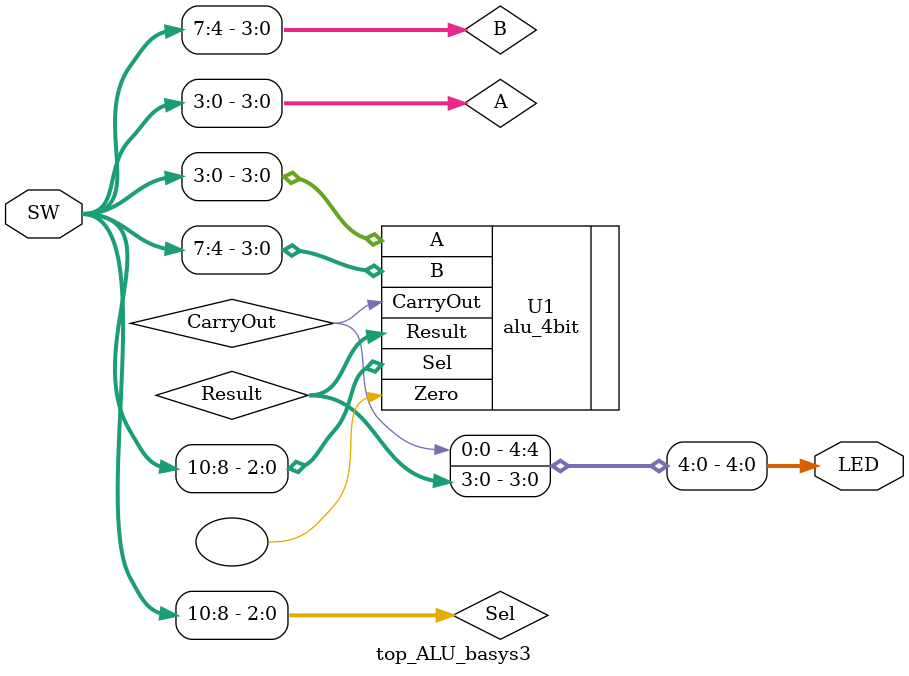
<source format=v>
`timescale 1ns / 1ps

module top_ALU_basys3(
    input  [15:0] SW,    
    output [15:0] LED   
    );

    wire [3:0] A, B, Result;
    wire [2:0] Sel;
    wire CarryOut;

    assign A   = SW[3:0];    
    assign B   = SW[7:4];   
    assign Sel = SW[10:8];   


    alu_4bit U1 (
        .A(A),
        .B(B),
        .Sel(Sel),
        .Result(Result),
        .CarryOut(CarryOut),
        .Zero()
    );


    assign LED[3:0] = Result;
    assign LED[4]   = CarryOut;

endmodule

</source>
